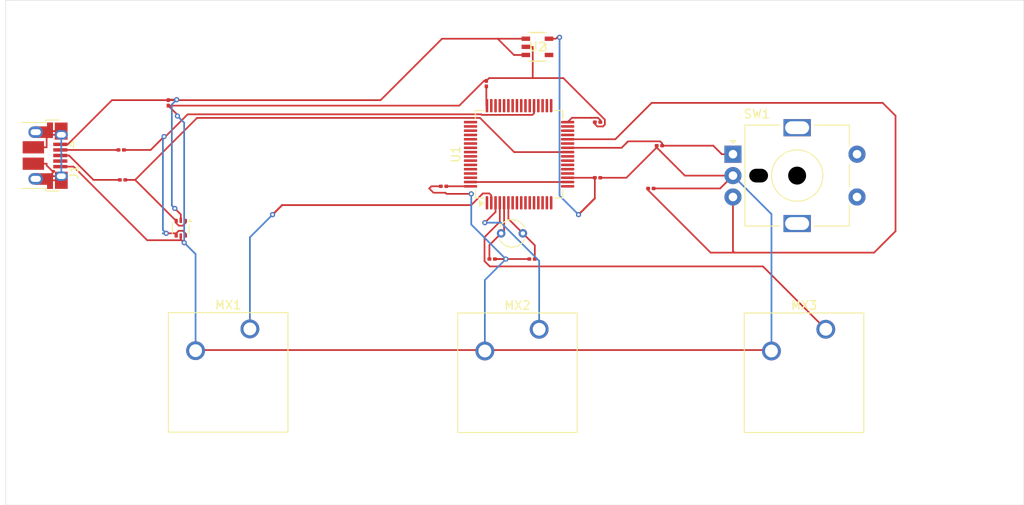
<source format=kicad_pcb>
(kicad_pcb (version 20241229) (generator "pcbnew") (generator_version "9.0")
  (layers (0 "F.Cu" signal) (2 "B.Cu" signal) (13 "F.Paste" user) (15 "B.Paste" user) (5 "F.SilkS" user "F.Silkscreen") (7 "B.SilkS" user "B.Silkscreen") (1 "F.Mask" user) (3 "B.Mask" user) (25 "Edge.Cuts" user))
  (net 0 "")
  (net 1 "Net-(J1-VBUS)")
  (net 2 "GND")
  (net 3 "Net-(C2-Pad2)")
  (net 4 "Net-(C3-Pad2)")
  (net 5 "Net-(C4-Pad2)")
  (net 6 "Net-(U2-VOUT)")
  (net 7 "Net-(U1-PH0)")
  (net 8 "Net-(U1-PH1)")
  (net 9 "Net-(U1-PB0)")
  (net 10 "Net-(U1-PB2)")
  (net 11 "unconnected-(J1-Shield-Pad6)")
  (net 12 "Net-(J1-D+)")
  (net 14 "Net-(J1-D-)")
  (net 15 "Net-(MX1-COL)")
  (net 16 "Net-(MX2-COL)")
  (net 17 "Net-(MX3-COL)")
  (net 18 "Net-(U1-PC5)")
  (net 19 "Net-(U1-PC6)")
  (net 36 "Net-(U1-VSS-Pad18)")
  (footprint "MountingHole:MountingHole_2.1mm" (layer "F.Cu") (at 84.328 105.664)
    (property "Reference" "REF**" (hide yes))
    (property "Value" "2.1mm")
    (pad "" np_thru_hole circle (at 0 0) (size 2.1 2.1) (drill 2.1) (layers "*.Cu" "*.Mask"))
  )
  (footprint "Capacitor_SMD:C_0201_0603Metric" (layer "F.Cu") (at 99 62 90)
    (property "Reference" "C1" (hide yes))
    (property "Value" "C" (hide yes))
    (pad "1" smd roundrect (at -0.32 0 90) (size 0.46 0.4) (layers "F.Cu" "F.Mask") (net 2 "GND"))
    (pad "2" smd roundrect (at 0.32 0 90) (size 0.46 0.4) (layers "F.Cu" "F.Mask") (net 1 "Net-(J1-VBUS)"))
  )
  (footprint "Capacitor_SMD:C_0201_0603Metric" (layer "F.Cu") (at 131.175 71.75)
    (property "Reference" "C2" (hide yes))
    (property "Value" "0.1 µF (each)" (hide yes))
    (pad "1" smd roundrect (at -0.32 0) (size 0.46 0.4) (layers "F.Cu" "F.Mask") (net 2 "GND"))
    (pad "2" smd roundrect (at 0.32 0) (size 0.46 0.4) (layers "F.Cu" "F.Mask") (net 3 "Net-(C2-Pad2)"))
  )
  (footprint "Package_TO_SOT_SMD:SOT-666" (layer "F.Cu") (at 100.4625 76.65 -90)
    (property "Reference" "U3" (hide yes))
    (property "Value" "USBLC6-2P6" (hide yes))
    (fp_line (start 0.65 0.99) (end -0.65 0.99) (stroke (width 0.12)) (layer "F.SilkS"))
    (fp_line (start 0.65 -0.99) (end -0.4 -0.99) (stroke (width 0.12)) (layer "F.SilkS"))
    (fp_poly (pts (xy -0.77 -0.99) (xy -1.05 -0.99) (xy -0.77 -1.27) (xy -0.77 -0.99)) (stroke (width 0.12)) (fill yes) (layer "F.SilkS"))
    (pad "1" smd roundrect (at -0.85 -0.5375 270) (size 0.5 0.375) (layers "F.Cu" "F.Mask" "F.Paste") (net 18 "Net-(U1-PC5)"))
    (pad "2" smd roundrect (at -0.925 0 270) (size 0.65 0.3) (layers "F.Cu" "F.Mask" "F.Paste") (net 1 "Net-(J1-VBUS)"))
    (pad "3" smd roundrect (at -0.85 0.5375 270) (size 0.5 0.375) (layers "F.Cu" "F.Mask" "F.Paste") (net 18 "Net-(U1-PC5)"))
    (pad "4" smd roundrect (at 0.85 0.5375 270) (size 0.5 0.375) (layers "F.Cu" "F.Mask" "F.Paste") (net 19 "Net-(U1-PC6)"))
    (pad "5" smd roundrect (at 0.925 0 270) (size 0.65 0.3) (layers "F.Cu" "F.Mask" "F.Paste") (net 2 "GND"))
    (pad "6" smd roundrect (at 0.85 -0.5375 270) (size 0.5 0.375) (layers "F.Cu" "F.Mask" "F.Paste") (net 19 "Net-(U1-PC6)"))
  )
  (footprint "Capacitor_SMD:C_0201_0603Metric" (layer "F.Cu") (at 149.175 70.75 180)
    (property "Reference" "C5" (hide yes))
    (property "Value" "~" (hide yes))
    (pad "1" smd roundrect (at -0.32 0 180) (size 0.46 0.4) (layers "F.Cu" "F.Mask") (net 2 "GND"))
    (pad "2" smd roundrect (at 0.32 0 180) (size 0.46 0.4) (layers "F.Cu" "F.Mask") (net 6 "Net-(U2-VOUT)"))
  )
  (footprint "Capacitor_SMD:C_0201_0603Metric" (layer "F.Cu") (at 155.405 72)
    (property "Reference" "C9" (hide yes))
    (property "Value" "C" (hide yes))
    (pad "1" smd roundrect (at -0.32 0) (size 0.46 0.4) (layers "F.Cu" "F.Mask") (net 10 "Net-(U1-PB2)"))
    (pad "2" smd roundrect (at 0.32 0) (size 0.46 0.4) (layers "F.Cu" "F.Mask") (net 2 "GND"))
  )
  (footprint "Capacitor_SMD:C_0201_0603Metric" (layer "F.Cu") (at 149.175 64.25)
    (property "Reference" "C4" (hide yes))
    (property "Value" "~" (hide yes))
    (pad "1" smd roundrect (at -0.32 0) (size 0.46 0.4) (layers "F.Cu" "F.Mask") (net 2 "GND"))
    (pad "2" smd roundrect (at 0.32 0) (size 0.46 0.4) (layers "F.Cu" "F.Mask") (net 5 "Net-(C4-Pad2)"))
  )
  (footprint "Capacitor_SMD:C_0201_0603Metric" (layer "F.Cu") (at 156.405 67)
    (property "Reference" "C8" (hide yes))
    (property "Value" "0.1 µF" (hide yes))
    (pad "1" smd roundrect (at -0.32 0) (size 0.46 0.4) (layers "F.Cu" "F.Mask") (net 2 "GND"))
    (pad "2" smd roundrect (at 0.32 0) (size 0.46 0.4) (layers "F.Cu" "F.Mask") (net 9 "Net-(U1-PB0)"))
  )
  (footprint "MountingHole:MountingHole_2.1mm" (layer "F.Cu") (at 195.072 105.664)
    (property "Reference" "REF**" (hide yes))
    (property "Value" "2.1mm")
    (pad "" np_thru_hole circle (at 0 0) (size 2.1 2.1) (drill 2.1) (layers "*.Cu" "*.Mask"))
  )
  (footprint "Capacitor_SMD:C_0201_0603Metric" (layer "F.Cu") (at 141.52 80.25)
    (property "Reference" "C7" (hide yes))
    (property "Value" "20 pF" (hide yes))
    (pad "1" smd roundrect (at -0.32 0) (size 0.46 0.4) (layers "F.Cu" "F.Mask") (net 2 "GND"))
    (pad "2" smd roundrect (at 0.32 0) (size 0.46 0.4) (layers "F.Cu" "F.Mask") (net 8 "Net-(U1-PH1)"))
  )
  (footprint "Resistor_SMD:R_0201_0603Metric" (layer "F.Cu") (at 93.655 71)
    (property "Reference" "R1" (hide yes))
    (property "Value" "220 Ω" (hide yes))
    (pad "1" smd roundrect (at -0.32 0) (size 0.46 0.4) (layers "F.Cu" "F.Mask") (net 12 "Net-(J1-D+)"))
    (pad "2" smd roundrect (at 0.32 0) (size 0.46 0.4) (layers "F.Cu" "F.Mask") (net 18 "Net-(U1-PC5)"))
  )
  (footprint "Button_Switch_Keyboard:SW_Cherry_MX_1.75u_Plate" (layer "F.Cu") (at 142.35 88.46)
    (property "Reference" "MX2" (at -2.54 -2.794 0) (layer "F.SilkS"))
    (property "Value" "MX-NoLED")
    (fp_line (start -9.525 -1.905) (end 4.445 -1.905) (stroke (width 0.12)) (layer "F.SilkS"))
    (fp_line (start -9.525 12.065) (end -9.525 -1.905) (stroke (width 0.12)) (layer "F.SilkS"))
    (fp_line (start 4.445 -1.905) (end 4.445 12.065) (stroke (width 0.12)) (layer "F.SilkS"))
    (fp_line (start 4.445 12.065) (end -9.525 12.065) (stroke (width 0.12)) (layer "F.SilkS"))
    (pad "" np_thru_hole circle (at -2.54 5.08) (size 4 4) (drill 4) (layers "*.Cu" "*.Mask"))
    (pad "1" thru_hole circle (at 0 0) (size 2.2 2.2) (drill 1.5) (layers "*.Cu" "*.Mask") (net 16 "Net-(MX2-COL)"))
    (pad "2" thru_hole circle (at -6.35 2.54) (size 2.2 2.2) (drill 1.5) (layers "*.Cu" "*.Mask") (net 2 "GND"))
  )
  (footprint "Button_Switch_Keyboard:SW_Cherry_MX_1.75u_Plate" (layer "F.Cu") (at 108.54 88.42)
    (property "Reference" "MX1" (at -2.54 -2.794 0) (layer "F.SilkS"))
    (property "Value" "MX-NoLED")
    (fp_line (start -9.525 -1.905) (end 4.445 -1.905) (stroke (width 0.12)) (layer "F.SilkS"))
    (fp_line (start -9.525 12.065) (end -9.525 -1.905) (stroke (width 0.12)) (layer "F.SilkS"))
    (fp_line (start 4.445 -1.905) (end 4.445 12.065) (stroke (width 0.12)) (layer "F.SilkS"))
    (fp_line (start 4.445 12.065) (end -9.525 12.065) (stroke (width 0.12)) (layer "F.SilkS"))
    (pad "" np_thru_hole circle (at -2.54 5.08) (size 4 4) (drill 4) (layers "*.Cu" "*.Mask"))
    (pad "1" thru_hole circle (at 0 0) (size 2.2 2.2) (drill 1.5) (layers "*.Cu" "*.Mask") (net 15 "Net-(MX1-COL)"))
    (pad "2" thru_hole circle (at -6.35 2.54) (size 2.2 2.2) (drill 1.5) (layers "*.Cu" "*.Mask") (net 2 "GND"))
  )
  (footprint "Connector_USB:USB_Micro-B_Amphenol_10103594-0001LF_Horizontal" (layer "F.Cu") (at 84.615 68.175 -90)
    (property "Reference" "J1" (at 1.925 -3.365 90) (layer "F.SilkS"))
    (property "Value" "USB_B_Micro")
    (fp_line (start -3.875 2.735) (end -3.875 -0.065) (stroke (width 0.12)) (layer "F.SilkS"))
    (fp_line (start 3.825 2.735) (end 3.825 -0.065) (stroke (width 0.12)) (layer "F.SilkS"))
    (fp_line (start -4.175 -0.065) (end -3.875 -0.065) (stroke (width 0.12)) (layer "F.SilkS"))
    (fp_line (start -4.175 -0.065) (end -4.175 -1.615) (stroke (width 0.12)) (layer "F.SilkS"))
    (fp_line (start 3.825 -0.065) (end 4.125 -0.065) (stroke (width 0.12)) (layer "F.SilkS"))
    (fp_line (start 4.125 -0.065) (end 4.125 -1.615) (stroke (width 0.12)) (layer "F.SilkS"))
    (fp_line (start -1.325 -2.865) (end -1.725 -3.315) (stroke (width 0.12)) (layer "F.SilkS"))
    (fp_line (start -1.725 -3.315) (end -0.925 -3.315) (stroke (width 0.12)) (layer "F.SilkS"))
    (fp_line (start -0.925 -3.315) (end -1.325 -2.865) (stroke (width 0.12)) (layer "F.SilkS"))
    (pad "1" smd rect (at -1.325 -1.765) (size 1.65 0.4) (layers "F.Cu" "F.Mask" "F.Paste") (net 1 "Net-(J1-VBUS)"))
    (pad "2" smd rect (at -0.675 -1.765) (size 1.65 0.4) (layers "F.Cu" "F.Mask" "F.Paste") (net 14 "Net-(J1-D-)"))
    (pad "3" smd rect (at -0.025 -1.765) (size 1.65 0.4) (layers "F.Cu" "F.Mask" "F.Paste") (net 12 "Net-(J1-D+)"))
    (pad "4" smd rect (at 0.625 -1.765) (size 1.65 0.4) (layers "F.Cu" "F.Mask" "F.Paste"))
    (pad "5" smd rect (at 1.275 -1.765) (size 1.65 0.4) (layers "F.Cu" "F.Mask" "F.Paste") (net 2 "GND"))
    (pad "6" smd rect (at -2.975 -0.565 270) (size 1.825 0.7) (layers "F.Cu" "F.Mask" "F.Paste") (net 11 "unconnected-(J1-Shield-Pad6)"))
    (pad "6" smd rect (at -2.875 -1.865 270) (size 2 1.5) (layers "F.Cu" "F.Mask" "F.Paste") (net 11 "unconnected-(J1-Shield-Pad6)"))
    (pad "6" smd rect (at -2.755 0.185 270) (size 1.35 2) (layers "F.Cu" "F.Mask" "F.Paste") (net 11 "unconnected-(J1-Shield-Pad6)"))
    (pad "6" thru_hole oval (at -2.755 1.115) (size 1.7 1.35) (drill oval 1.2 0.7) (property pad_prop_heatsink) (layers "*.Cu" "*.Mask") (net 11 "unconnected-(J1-Shield-Pad6)"))
    (pad "6" thru_hole oval (at -2.445 -1.885) (size 1.5 1.1) (drill oval 1.05 0.65) (property pad_prop_heatsink) (layers "*.Cu" "*.Mask") (net 11 "unconnected-(J1-Shield-Pad6)"))
    (pad "6" smd rect (at -0.985 1.385) (size 2.5 1.43) (layers "F.Cu" "F.Mask" "F.Paste") (net 11 "unconnected-(J1-Shield-Pad6)"))
    (pad "6" smd rect (at 0.935 1.385) (size 2.5 1.43) (layers "F.Cu" "F.Mask" "F.Paste") (net 11 "unconnected-(J1-Shield-Pad6)"))
    (pad "6" thru_hole oval (at 2.395 -1.885) (size 1.5 1.1) (drill oval 1.05 0.65) (property pad_prop_heatsink) (layers "*.Cu" "*.Mask") (net 11 "unconnected-(J1-Shield-Pad6)"))
    (pad "6" thru_hole oval (at 2.705 1.115) (size 1.7 1.35) (drill oval 1.2 0.7) (property pad_prop_heatsink) (layers "*.Cu" "*.Mask") (net 11 "unconnected-(J1-Shield-Pad6)"))
    (pad "6" smd rect (at 2.725 0.185 270) (size 1.35 2) (layers "F.Cu" "F.Mask" "F.Paste") (net 11 "unconnected-(J1-Shield-Pad6)"))
    (pad "6" smd rect (at 2.875 -1.885 270) (size 2 1.5) (layers "F.Cu" "F.Mask" "F.Paste") (net 11 "unconnected-(J1-Shield-Pad6)"))
    (pad "6" smd rect (at 2.975 -0.565 270) (size 1.825 0.7) (layers "F.Cu" "F.Mask" "F.Paste") (net 11 "unconnected-(J1-Shield-Pad6)"))
  )
  (footprint "Button_Switch_Keyboard:SW_Cherry_MX_1.75u_Plate" (layer "F.Cu") (at 175.85 88.46)
    (property "Reference" "MX3" (at -2.54 -2.794 0) (layer "F.SilkS"))
    (property "Value" "MX-NoLED")
    (fp_line (start -9.525 -1.905) (end 4.445 -1.905) (stroke (width 0.12)) (layer "F.SilkS"))
    (fp_line (start -9.525 12.065) (end -9.525 -1.905) (stroke (width 0.12)) (layer "F.SilkS"))
    (fp_line (start 4.445 -1.905) (end 4.445 12.065) (stroke (width 0.12)) (layer "F.SilkS"))
    (fp_line (start 4.445 12.065) (end -9.525 12.065) (stroke (width 0.12)) (layer "F.SilkS"))
    (pad "" np_thru_hole circle (at -2.54 5.08) (size 4 4) (drill 4) (layers "*.Cu" "*.Mask"))
    (pad "1" thru_hole circle (at 0 0) (size 2.2 2.2) (drill 1.5) (layers "*.Cu" "*.Mask") (net 17 "Net-(MX3-COL)"))
    (pad "2" thru_hole circle (at -6.35 2.54) (size 2.2 2.2) (drill 1.5) (layers "*.Cu" "*.Mask") (net 2 "GND"))
  )
  (footprint "MX_Alps_Hybrid:SOT_RG1_DIO" (layer "F.Cu") (at 142.1475 55.45)
    (property "Reference" "U2" (at 0 0 0) (layer "F.SilkS"))
    (property "Value" "AP2112K-3.3TRG1")
    (fp_line (start -0.9779 1.6764) (end 0.9779 1.6764) (stroke (width 0.1524)) (layer "F.SilkS"))
    (fp_line (start 0.9779 -1.6764) (end -0.9779 -1.6764) (stroke (width 0.1524)) (layer "F.SilkS"))
    (fp_line (start 0.9779 0.363261) (end 0.9779 -0.363261) (stroke (width 0.1524)) (layer "F.SilkS"))
    (pad "1" smd rect (at -1.35255 -0.950001) (size 1.0033 0.508) (layers "F.Cu" "F.Mask" "F.Paste") (net 1 "Net-(J1-VBUS)"))
    (pad "2" smd rect (at -1.35255 0) (size 1.0033 0.508) (layers "F.Cu" "F.Mask" "F.Paste") (net 2 "GND"))
    (pad "3" smd rect (at -1.35255 0.950001) (size 1.0033 0.508) (layers "F.Cu" "F.Mask" "F.Paste") (net 1 "Net-(J1-VBUS)"))
    (pad "4" smd rect (at 1.35255 0.950001) (size 1.0033 0.508) (layers "F.Cu" "F.Mask" "F.Paste"))
    (pad "5" smd rect (at 1.35255 -0.950001) (size 1.0033 0.508) (layers "F.Cu" "F.Mask" "F.Paste") (net 6 "Net-(U2-VOUT)"))
  )
  (footprint "MountingHole:MountingHole_2.1mm" (layer "F.Cu") (at 85.344 54.356)
    (property "Reference" "REF**" (hide yes))
    (property "Value" "2.1mm")
    (pad "" np_thru_hole circle (at 0 0) (size 2.1 2.1) (drill 2.1) (layers "*.Cu" "*.Mask"))
  )
  (footprint "MountingHole:MountingHole_2.1mm" (layer "F.Cu") (at 194.564 53.848)
    (property "Reference" "REF**" (hide yes))
    (property "Value" "2.1mm")
    (pad "" np_thru_hole circle (at 0 0) (size 2.1 2.1) (drill 2.1) (layers "*.Cu" "*.Mask"))
  )
  (footprint "Capacitor_SMD:C_0201_0603Metric" (layer "F.Cu") (at 136.175 59.75 -90)
    (property "Reference" "C3" (hide yes))
    (property "Value" "~" (hide yes))
    (pad "1" smd roundrect (at -0.32 0 270) (size 0.46 0.4) (layers "F.Cu" "F.Mask") (net 2 "GND"))
    (pad "2" smd roundrect (at 0.32 0 270) (size 0.46 0.4) (layers "F.Cu" "F.Mask") (net 4 "Net-(C3-Pad2)"))
  )
  (footprint "Resistor_SMD:R_0201_0603Metric" (layer "F.Cu") (at 93.5 67.5)
    (property "Reference" "R2" (hide yes))
    (property "Value" "220 Ω" (hide yes))
    (pad "1" smd roundrect (at -0.32 0) (size 0.46 0.4) (layers "F.Cu" "F.Mask") (net 14 "Net-(J1-D-)"))
    (pad "2" smd roundrect (at 0.32 0) (size 0.46 0.4) (layers "F.Cu" "F.Mask") (net 19 "Net-(U1-PC6)"))
  )
  (footprint "Crystal:Crystal_AT310_D3.0mm_L10.0mm_Vertical" (layer "F.Cu") (at 140.445 77.25 180)
    (property "Reference" "X1" (hide yes))
    (property "Value" "8 MHz" (hide yes))
    (fp_arc (start 2.698 0.743) (mid 1.27 1.61) (end -0.158 0.743) (stroke (width 0.12)) (layer "F.SilkS"))
    (fp_arc (start -0.158 -0.743) (mid 1.27 -1.61) (end 2.698 -0.743) (stroke (width 0.12)) (layer "F.SilkS"))
    (pad "1" thru_hole circle (at 0 0 180) (size 1 1) (drill 0.5) (layers "*.Cu" "*.Mask") (net 8 "Net-(U1-PH1)"))
    (pad "2" thru_hole circle (at 2.54 0 180) (size 1 1) (drill 0.5) (layers "*.Cu" "*.Mask") (net 7 "Net-(U1-PH0)"))
  )
  (footprint "Rotary_Encoder:RotaryEncoder_Alps_EC11E-Switch_Vertical_H20mm_MountingHoles" (layer "F.Cu") (at 165 68)
    (property "Reference" "SW1" (at 2.8 -4.7 0) (layer "F.SilkS"))
    (property "Value" "RotaryEncoder")
    (fp_line (start -0.3 -1.6) (end 0.3 -1.6) (stroke (width 0.12)) (layer "F.SilkS"))
    (fp_line (start 0 -1.3) (end -0.3 -1.6) (stroke (width 0.12)) (layer "F.SilkS"))
    (fp_line (start 0.3 -1.6) (end 0 -1.3) (stroke (width 0.12)) (layer "F.SilkS"))
    (fp_line (start 1.4 -3.4) (end 1.4 8.4) (stroke (width 0.12)) (layer "F.SilkS"))
    (fp_line (start 5.5 -3.4) (end 1.4 -3.4) (stroke (width 0.12)) (layer "F.SilkS"))
    (fp_line (start 5.5 8.4) (end 1.4 8.4) (stroke (width 0.12)) (layer "F.SilkS"))
    (fp_line (start 9.5 -3.4) (end 13.6 -3.4) (stroke (width 0.12)) (layer "F.SilkS"))
    (fp_line (start 13.6 -3.4) (end 13.6 -1) (stroke (width 0.12)) (layer "F.SilkS"))
    (fp_line (start 13.6 1.2) (end 13.6 3.8) (stroke (width 0.12)) (layer "F.SilkS"))
    (fp_line (start 13.6 6) (end 13.6 8.4) (stroke (width 0.12)) (layer "F.SilkS"))
    (fp_line (start 13.6 8.4) (end 9.5 8.4) (stroke (width 0.12)) (layer "F.SilkS"))
    (fp_circle (center 7.5 2.5) (end 10.5 2.5) (stroke (width 0.12)) (fill no) (layer "F.SilkS"))
    (pad "" np_thru_hole oval (at 3 2.5) (size 2.2 1.6) (drill oval 2.2 1.6) (layers "*.Mask"))
    (pad "" np_thru_hole circle (at 7.5 2.5) (size 2.1 2.1) (drill 2.1) (layers "*.Mask"))
    (pad "A" thru_hole rect (at 0 0) (size 2 2) (drill 1) (layers "*.Cu" "*.Mask") (net 9 "Net-(U1-PB0)"))
    (pad "B" thru_hole circle (at 0 5) (size 2 2) (drill 1) (layers "*.Cu" "*.Mask") (net 10 "Net-(U1-PB2)"))
    (pad "C" thru_hole circle (at 0 2.5) (size 2 2) (drill 1) (layers "*.Cu" "*.Mask") (net 2 "GND"))
    (pad "MP" thru_hole rect (at 7.5 -3.1) (size 3.2 2) (drill oval 2.8 1.5) (layers "*.Cu" "*.Mask"))
    (pad "MP" thru_hole rect (at 7.5 8.1) (size 3.2 2) (drill oval 2.8 1.5) (layers "*.Cu" "*.Mask"))
    (pad "S1" thru_hole circle (at 14.5 5) (size 2 2) (drill 1) (layers "*.Cu" "*.Mask"))
    (pad "S2" thru_hole circle (at 14.5 0) (size 2 2) (drill 1) (layers "*.Cu" "*.Mask"))
  )
  (footprint "Package_QFP:LQFP-64_10x10mm_P0.5mm" (layer "F.Cu") (at 140 68 90)
    (property "Reference" "U1" (at 0 -7.4 90) (layer "F.SilkS"))
    (property "Value" "STM32F205RBTx")
    (fp_line (start 5.11 -5.11) (end 5.11 -4.16) (stroke (width 0.12)) (layer "F.SilkS"))
    (fp_line (start 4.16 -5.11) (end 5.11 -5.11) (stroke (width 0.12)) (layer "F.SilkS"))
    (fp_line (start -5.11 -5.11) (end -4.16 -5.11) (stroke (width 0.12)) (layer "F.SilkS"))
    (fp_line (start -5.11 -4.16) (end -5.11 -5.11) (stroke (width 0.12)) (layer "F.SilkS"))
    (fp_line (start 5.11 4.16) (end 5.11 5.11) (stroke (width 0.12)) (layer "F.SilkS"))
    (fp_line (start 5.11 5.11) (end 4.16 5.11) (stroke (width 0.12)) (layer "F.SilkS"))
    (fp_line (start -4.16 5.11) (end -5.11 5.11) (stroke (width 0.12)) (layer "F.SilkS"))
    (fp_line (start -5.11 5.11) (end -5.11 4.16) (stroke (width 0.12)) (layer "F.SilkS"))
    (fp_poly (pts (xy -5.75 -4.16) (xy -6.09 -4.63) (xy -5.41 -4.63)) (stroke (width 0.12)) (fill yes) (layer "F.SilkS"))
    (pad "1" smd roundrect (at -5.675 -3.75 90) (size 1.55 0.3) (layers "F.Cu" "F.Mask" "F.Paste"))
    (pad "2" smd roundrect (at -5.675 -3.25 90) (size 1.55 0.3) (layers "F.Cu" "F.Mask" "F.Paste") (net 15 "Net-(MX1-COL)"))
    (pad "3" smd roundrect (at -5.675 -2.75 90) (size 1.55 0.3) (layers "F.Cu" "F.Mask" "F.Paste") (net 16 "Net-(MX2-COL)"))
    (pad "4" smd roundrect (at -5.675 -2.25 90) (size 1.55 0.3) (layers "F.Cu" "F.Mask" "F.Paste") (net 17 "Net-(MX3-COL)"))
    (pad "5" smd roundrect (at -5.675 -1.75 90) (size 1.55 0.3) (layers "F.Cu" "F.Mask" "F.Paste") (net 7 "Net-(U1-PH0)"))
    (pad "6" smd roundrect (at -5.675 -1.25 90) (size 1.55 0.3) (layers "F.Cu" "F.Mask" "F.Paste") (net 8 "Net-(U1-PH1)"))
    (pad "7" smd roundrect (at -5.675 -0.75 90) (size 1.55 0.3) (layers "F.Cu" "F.Mask" "F.Paste"))
    (pad "8" smd roundrect (at -5.675 -0.25 90) (size 1.55 0.3) (layers "F.Cu" "F.Mask" "F.Paste"))
    (pad "9" smd roundrect (at -5.675 0.25 90) (size 1.55 0.3) (layers "F.Cu" "F.Mask" "F.Paste"))
    (pad "10" smd roundrect (at -5.675 0.75 90) (size 1.55 0.3) (layers "F.Cu" "F.Mask" "F.Paste"))
    (pad "11" smd roundrect (at -5.675 1.25 90) (size 1.55 0.3) (layers "F.Cu" "F.Mask" "F.Paste"))
    (pad "12" smd roundrect (at -5.675 1.75 90) (size 1.55 0.3) (layers "F.Cu" "F.Mask" "F.Paste"))
    (pad "13" smd roundrect (at -5.675 2.25 90) (size 1.55 0.3) (layers "F.Cu" "F.Mask" "F.Paste"))
    (pad "14" smd roundrect (at -5.675 2.75 90) (size 1.55 0.3) (layers "F.Cu" "F.Mask" "F.Paste"))
    (pad "15" smd roundrect (at -5.675 3.25 90) (size 1.55 0.3) (layers "F.Cu" "F.Mask" "F.Paste"))
    (pad "16" smd roundrect (at -5.675 3.75 90) (size 1.55 0.3) (layers "F.Cu" "F.Mask" "F.Paste"))
    (pad "17" smd roundrect (at -3.75 5.675 90) (size 0.3 1.55) (layers "F.Cu" "F.Mask" "F.Paste"))
    (pad "18" smd roundrect (at -3.25 5.675 90) (size 0.3 1.55) (layers "F.Cu" "F.Mask" "F.Paste") (net 36 "Net-(U1-VSS-Pad18)"))
    (pad "19" smd roundrect (at -2.75 5.675 90) (size 0.3 1.55) (layers "F.Cu" "F.Mask" "F.Paste") (net 6 "Net-(U2-VOUT)"))
    (pad "20" smd roundrect (at -2.25 5.675 90) (size 0.3 1.55) (layers "F.Cu" "F.Mask" "F.Paste"))
    (pad "21" smd roundrect (at -1.75 5.675 90) (size 0.3 1.55) (layers "F.Cu" "F.Mask" "F.Paste"))
    (pad "22" smd roundrect (at -1.25 5.675 90) (size 0.3 1.55) (layers "F.Cu" "F.Mask" "F.Paste"))
    (pad "23" smd roundrect (at -0.75 5.675 90) (size 0.3 1.55) (layers "F.Cu" "F.Mask" "F.Paste"))
    (pad "24" smd roundrect (at -0.25 5.675 90) (size 0.3 1.55) (layers "F.Cu" "F.Mask" "F.Paste"))
    (pad "25" smd roundrect (at 0.25 5.675 90) (size 0.3 1.55) (layers "F.Cu" "F.Mask" "F.Paste") (net 18 "Net-(U1-PC5)"))
    (pad "26" smd roundrect (at 0.75 5.675 90) (size 0.3 1.55) (layers "F.Cu" "F.Mask" "F.Paste") (net 9 "Net-(U1-PB0)"))
    (pad "27" smd roundrect (at 1.25 5.675 90) (size 0.3 1.55) (layers "F.Cu" "F.Mask" "F.Paste"))
    (pad "28" smd roundrect (at 1.75 5.675 90) (size 0.3 1.55) (layers "F.Cu" "F.Mask" "F.Paste") (net 10 "Net-(U1-PB2)"))
    (pad "29" smd roundrect (at 2.25 5.675 90) (size 0.3 1.55) (layers "F.Cu" "F.Mask" "F.Paste"))
    (pad "30" smd roundrect (at 2.75 5.675 90) (size 0.3 1.55) (layers "F.Cu" "F.Mask" "F.Paste"))
    (pad "31" smd roundrect (at 3.25 5.675 90) (size 0.3 1.55) (layers "F.Cu" "F.Mask" "F.Paste"))
    (pad "32" smd roundrect (at 3.75 5.675 90) (size 0.3 1.55) (layers "F.Cu" "F.Mask" "F.Paste") (net 5 "Net-(C4-Pad2)"))
    (pad "33" smd roundrect (at 5.675 3.75 90) (size 1.55 0.3) (layers "F.Cu" "F.Mask" "F.Paste"))
    (pad "34" smd roundrect (at 5.675 3.25 90) (size 1.55 0.3) (layers "F.Cu" "F.Mask" "F.Paste"))
    (pad "35" smd roundrect (at 5.675 2.75 90) (size 1.55 0.3) (layers "F.Cu" "F.Mask" "F.Paste"))
    (pad "36" smd roundrect (at 5.675 2.25 90) (size 1.55 0.3) (layers "F.Cu" "F.Mask" "F.Paste"))
    (pad "37" smd roundrect (at 5.675 1.75 90) (size 1.55 0.3) (layers "F.Cu" "F.Mask" "F.Paste") (net 19 "Net-(U1-PC6)"))
    (pad "38" smd roundrect (at 5.675 1.25 90) (size 1.55 0.3) (layers "F.Cu" "F.Mask" "F.Paste"))
    (pad "39" smd roundrect (at 5.675 0.75 90) (size 1.55 0.3) (layers "F.Cu" "F.Mask" "F.Paste"))
    (pad "40" smd roundrect (at 5.675 0.25 90) (size 1.55 0.3) (layers "F.Cu" "F.Mask" "F.Paste"))
    (pad "41" smd roundrect (at 5.675 -0.25 90) (size 1.55 0.3) (layers "F.Cu" "F.Mask" "F.Paste"))
    (pad "42" smd roundrect (at 5.675 -0.75 90) (size 1.55 0.3) (layers "F.Cu" "F.Mask" "F.Paste"))
    (pad "43" smd roundrect (at 5.675 -1.25 90) (size 1.55 0.3) (layers "F.Cu" "F.Mask" "F.Paste"))
    (pad "44" smd roundrect (at 5.675 -1.75 90) (size 1.55 0.3) (layers "F.Cu" "F.Mask" "F.Paste"))
    (pad "45" smd roundrect (at 5.675 -2.25 90) (size 1.55 0.3) (layers "F.Cu" "F.Mask" "F.Paste"))
    (pad "46" smd roundrect (at 5.675 -2.75 90) (size 1.55 0.3) (layers "F.Cu" "F.Mask" "F.Paste"))
    (pad "47" smd roundrect (at 5.675 -3.25 90) (size 1.55 0.3) (layers "F.Cu" "F.Mask" "F.Paste"))
    (pad "48" smd roundrect (at 5.675 -3.75 90) (size 1.55 0.3) (layers "F.Cu" "F.Mask" "F.Paste") (net 4 "Net-(C3-Pad2)"))
    (pad "49" smd roundrect (at 3.75 -5.675 90) (size 0.3 1.55) (layers "F.Cu" "F.Mask" "F.Paste"))
    (pad "50" smd roundrect (at 3.25 -5.675 90) (size 0.3 1.55) (layers "F.Cu" "F.Mask" "F.Paste"))
    (pad "51" smd roundrect (at 2.75 -5.675 90) (size 0.3 1.55) (layers "F.Cu" "F.Mask" "F.Paste"))
    (pad "52" smd roundrect (at 2.25 -5.675 90) (size 0.3 1.55) (layers "F.Cu" "F.Mask" "F.Paste"))
    (pad "53" smd roundrect (at 1.75 -5.675 90) (size 0.3 1.55) (layers "F.Cu" "F.Mask" "F.Paste"))
    (pad "54" smd roundrect (at 1.25 -5.675 90) (size 0.3 1.55) (layers "F.Cu" "F.Mask" "F.Paste"))
    (pad "55" smd roundrect (at 0.75 -5.675 90) (size 0.3 1.55) (layers "F.Cu" "F.Mask" "F.Paste"))
    (pad "56" smd roundrect (at 0.25 -5.675 90) (size 0.3 1.55) (layers "F.Cu" "F.Mask" "F.Paste"))
    (pad "57" smd roundrect (at -0.25 -5.675 90) (size 0.3 1.55) (layers "F.Cu" "F.Mask" "F.Paste"))
    (pad "58" smd roundrect (at -0.75 -5.675 90) (size 0.3 1.55) (layers "F.Cu" "F.Mask" "F.Paste"))
    (pad "59" smd roundrect (at -1.25 -5.675 90) (size 0.3 1.55) (layers "F.Cu" "F.Mask" "F.Paste"))
    (pad "60" smd roundrect (at -1.75 -5.675 90) (size 0.3 1.55) (layers "F.Cu" "F.Mask" "F.Paste"))
    (pad "61" smd roundrect (at -2.25 -5.675 90) (size 0.3 1.55) (layers "F.Cu" "F.Mask" "F.Paste"))
    (pad "62" smd roundrect (at -2.75 -5.675 90) (size 0.3 1.55) (layers "F.Cu" "F.Mask" "F.Paste"))
    (pad "63" smd roundrect (at -3.25 -5.675 90) (size 0.3 1.55) (layers "F.Cu" "F.Mask" "F.Paste") (net 36 "Net-(U1-VSS-Pad18)"))
    (pad "64" smd roundrect (at -3.75 -5.675 90) (size 0.3 1.55) (layers "F.Cu" "F.Mask" "F.Paste") (net 3 "Net-(C2-Pad2)"))
  )
  (footprint "Capacitor_SMD:C_0201_0603Metric" (layer "F.Cu") (at 136.855 80.25)
    (property "Reference" "C6" (hide yes))
    (property "Value" "20 pF" (hide yes))
    (pad "1" smd roundrect (at -0.32 0) (size 0.46 0.4) (layers "F.Cu" "F.Mask") (net 7 "Net-(U1-PH0)"))
    (pad "2" smd roundrect (at 0.32 0) (size 0.46 0.4) (layers "F.Cu" "F.Mask") (net 2 "GND"))
  )
  (gr_line (start 80 50) (end 80 109) (stroke (width 0.05)) (layer "Edge.Cuts"))
  (gr_line (start 199 109) (end 199 50) (stroke (width 0.05)) (layer "Edge.Cuts"))
  (gr_line (start 199 50) (end 80 50) (stroke (width 0.05)) (layer "Edge.Cuts"))
  (gr_line (start 80 109) (end 199 109) (stroke (width 0.05)) (layer "Edge.Cuts"))
  (segment (start 100.4625 75.725) (end 100.4625 75.039) (width 0.2) (layer "F.Cu") (net 1))
  (segment (start 137.5 54.5) (end 140.795 54.5) (width 0.2) (layer "F.Cu") (net 1))
  (segment (start 123.82 61.68) (end 131 54.5) (width 0.2) (layer "F.Cu") (net 1))
  (segment (start 137.5 54.5) (end 139.4 56.4) (width 0.2) (layer "F.Cu") (net 1))
  (segment (start 99.7307 61.6242) (end 99.9802 61.6242) (width 0.2) (layer "F.Cu") (net 1))
  (segment (start 92.421 61.68) (end 87.251 66.85) (width 0.2) (layer "F.Cu") (net 1))
  (segment (start 99.9802 61.6242) (end 99.7307 61.6242) (width 0.2) (layer "F.Cu") (net 1))
  (segment (start 131 54.5) (end 137.5 54.5) (width 0.2) (layer "F.Cu") (net 1))
  (segment (start 139.4 56.4) (end 140.795 56.4) (width 0.2) (layer "F.Cu") (net 1))
  (segment (start 99 61.68) (end 92.421 61.68) (width 0.2) (layer "F.Cu") (net 1))
  (segment (start 99.9802 61.6242) (end 99.0558 61.6242) (width 0.2) (layer "F.Cu") (net 1))
  (segment (start 99.0558 61.6242) (end 99 61.68) (width 0.2) (layer "F.Cu") (net 1))
  (segment (start 100.4625 75.039) (end 99.7641 74.3406) (width 0.2) (layer "F.Cu") (net 1))
  (segment (start 99 61.68) (end 123.82 61.68) (width 0.2) (layer "F.Cu") (net 1))
  (segment (start 87.251 66.85) (end 86.38 66.85) (width 0.2) (layer "F.Cu") (net 1))
  (via (at 99.9802 61.6242) (size 0.6) (drill 0.3) (layers "F.Cu" "B.Cu") (net 1))
  (via (at 99.7641 74.3406) (size 0.6) (drill 0.3) (layers "F.Cu" "B.Cu") (net 1))
  (segment (start 99.4157 62.1887) (end 99.9802 61.6242) (width 0.2) (layer "B.Cu") (net 1))
  (segment (start 99.4157 73.9922) (end 99.4157 62.1887) (width 0.2) (layer "B.Cu") (net 1))
  (segment (start 99.7641 74.3406) (end 99.4157 73.9922) (width 0.2) (layer "B.Cu") (net 1))
  (segment (start 99.9802 61.6242) (end 99.7307 61.6242) (width 0.2) (layer "B.Cu") (net 1))
  (segment (start 99.7307 61.6242) (end 99.9802 61.6242) (width 0.2) (layer "B.Cu") (net 1))
  (segment (start 100.0692 63.3892) (end 99 62.32) (width 0.2) (layer "F.Cu") (net 2))
  (segment (start 148.855 64.4596) (end 149.1481 64.7527) (width 0.2) (layer "F.Cu") (net 2))
  (segment (start 129.5 72) (end 129.75 71.75) (width 0.2) (layer "F.Cu") (net 2))
  (segment (start 137.1819 80.2569) (end 137.175 80.25) (width 0.2) (layer "F.Cu") (net 2))
  (segment (start 138.4527 80.2569) (end 137.1819 80.2569) (width 0.2) (layer "F.Cu") (net 2))
  (segment (start 131.5192 72.6312) (end 134.4121 72.6312) (width 0.2) (layer "F.Cu") (net 2))
  (segment (start 159.3764 70.5) (end 165 70.5) (width 0.2) (layer "F.Cu") (net 2))
  (segment (start 150.0271 64.533) (end 150.0271 63.9618) (width 0.2) (layer "F.Cu") (net 2))
  (segment (start 145.1672 59.1019) (end 141.5984 59.1019) (width 0.2) (layer "F.Cu") (net 2))
  (segment (start 102.2613 90.8887) (end 135.8261 90.8887) (width 0.2) (layer "F.Cu") (net 2))
  (segment (start 163.5 72) (end 155.725 72) (width 0.2) (layer "F.Cu") (net 2))
  (segment (start 131.5192 72.6312) (end 131.388 72.5) (width 0.2) (layer "F.Cu") (net 2))
  (segment (start 135.8261 90.8887) (end 135.8887 90.8887) (width 0.2) (layer "F.Cu") (net 2))
  (segment (start 141.5984 55.45) (end 141.5984 59.1019) (width 0.2) (layer "F.Cu") (net 2))
  (segment (start 136.5031 59.1019) (end 136.175 59.43) (width 0.2) (layer "F.Cu") (net 2))
  (segment (start 129.75 71.75) (end 130.855 71.75) (width 0.2) (layer "F.Cu") (net 2))
  (segment (start 96.5363 78.0521) (end 100.4625 78.0521) (width 0.2) (layer "F.Cu") (net 2))
  (segment (start 100.4625 78.0521) (end 100.4625 77.575) (width 0.2) (layer "F.Cu") (net 2))
  (segment (start 169.3887 90.8887) (end 169.5 91) (width 0.2) (layer "F.Cu") (net 2))
  (segment (start 156.085 67.2086) (end 159.3764 70.5) (width 0.2) (layer "F.Cu") (net 2))
  (segment (start 165 70.5) (end 163.5 72) (width 0.2) (layer "F.Cu") (net 2))
  (segment (start 102.19 90.96) (end 102.2613 90.8887) (width 0.2) (layer "F.Cu") (net 2))
  (segment (start 99 62.32) (end 133.0121 62.32) (width 0.2) (layer "F.Cu") (net 2))
  (segment (start 100.0692 63.5337) (end 100.0692 63.3892) (width 0.2) (layer "F.Cu") (net 2))
  (segment (start 148.855 64.25) (end 148.855 64.4596) (width 0.2) (layer "F.Cu") (net 2))
  (segment (start 150.0271 63.9618) (end 145.1672 59.1019) (width 0.2) (layer "F.Cu") (net 2))
  (segment (start 86.38 69.45) (end 87.9342 69.45) (width 0.2) (layer "F.Cu") (net 2))
  (segment (start 152.5436 70.75) (end 149.495 70.75) (width 0.2) (layer "F.Cu") (net 2))
  (segment (start 141.2 80.25) (end 137.175 80.25) (width 0.2) (layer "F.Cu") (net 2))
  (segment (start 87.9342 69.45) (end 96.5363 78.0521) (width 0.2) (layer "F.Cu") (net 2))
  (segment (start 100.4625 78.0521) (end 100.571 78.0521) (width 0.2) (layer "F.Cu") (net 2))
  (segment (start 100.571 78.0521) (end 100.8575 78.3386) (width 0.2) (layer "F.Cu") (net 2))
  (segment (start 156.085 67) (end 156.085 67.2086) (width 0.2) (layer "F.Cu") (net 2))
  (segment (start 149.1481 64.7527) (end 149.8074 64.7527) (width 0.2) (layer "F.Cu") (net 2))
  (segment (start 156.085 67.2086) (end 152.5436 70.75) (width 0.2) (layer "F.Cu") (net 2))
  (segment (start 141.5984 59.1019) (end 136.5031 59.1019) (width 0.2) (layer "F.Cu") (net 2))
  (segment (start 100.0692 63.5353) (end 100.0692 63.5337) (width 0.2) (layer "F.Cu") (net 2))
  (segment (start 131.388 72.5) (end 130 72.5) (width 0.2) (layer "F.Cu") (net 2))
  (segment (start 133.0121 62.32) (end 135.9021 59.43) (width 0.2) (layer "F.Cu") (net 2))
  (segment (start 135.9021 59.43) (end 136.175 59.43) (width 0.2) (layer "F.Cu") (net 2))
  (segment (start 149.8074 64.7527) (end 150.0271 64.533) (width 0.2) (layer "F.Cu") (net 2))
  (segment (start 140.795 55.45) (end 141.5984 55.45) (width 0.2) (layer "F.Cu") (net 2))
  (segment (start 130 72.5) (end 129.5 72) (width 0.2) (layer "F.Cu") (net 2))
  (segment (start 100.0692 63.5337) (end 100.0692 63.5353) (width 0.2) (layer "F.Cu") (net 2))
  (segment (start 135.8261 90.8887) (end 169.3887 90.8887) (width 0.2) (layer "F.Cu") (net 2))
  (segment (start 135.8887 90.8887) (end 136 91) (width 0.2) (layer "F.Cu") (net 2))
  (via (at 100.8575 78.3386) (size 0.6) (drill 0.3) (layers "F.Cu" "B.Cu") (net 2))
  (via (at 134.4121 72.6312) (size 0.6) (drill 0.3) (layers "F.Cu" "B.Cu") (net 2))
  (via (at 138.4527 80.2569) (size 0.6) (drill 0.3) (layers "F.Cu" "B.Cu") (net 2))
  (via (at 100.0692 63.5337) (size 0.6) (drill 0.3) (layers "F.Cu" "B.Cu") (net 2))
  (segment (start 138.4527 80.2569) (end 134.4121 76.2163) (width 0.2) (layer "B.Cu") (net 2))
  (segment (start 100.8575 64.322) (end 100.8575 78.3386) (width 0.2) (layer "B.Cu") (net 2))
  (segment (start 102.19 90.96) (end 102.19 79.6711) (width 0.2) (layer "B.Cu") (net 2))
  (segment (start 169.5 75) (end 169.5 91) (width 0.2) (layer "B.Cu") (net 2))
  (segment (start 100.0692 63.5337) (end 100.8575 64.322) (width 0.2) (layer "B.Cu") (net 2))
  (segment (start 102.19 79.6711) (end 100.8575 78.3386) (width 0.2) (layer "B.Cu") (net 2))
  (segment (start 134.4121 76.2163) (end 134.4121 72.6312) (width 0.2) (layer "B.Cu") (net 2))
  (segment (start 136 91) (end 136 82.7096) (width 0.2) (layer "B.Cu") (net 2))
  (segment (start 165 70.5) (end 169.5 75) (width 0.2) (layer "B.Cu") (net 2))
  (segment (start 136 82.7096) (end 138.4527 80.2569) (width 0.2) (layer "B.Cu") (net 2))
  (segment (start 100.0692 63.5337) (end 100.0692 63.5353) (width 0.2) (layer "B.Cu") (net 2))
  (segment (start 100.0692 63.5353) (end 100.0692 63.5337) (width 0.2) (layer "B.Cu") (net 2))
  (segment (start 134.325 71.75) (end 131.495 71.75) (width 0.2) (layer "F.Cu") (net 3))
  (segment (start 136.175 62.25) (end 136.175 60.07) (width 0.2) (layer "F.Cu") (net 4))
  (segment (start 136.25 62.325) (end 136.175 62.25) (width 0.2) (layer "F.Cu") (net 4))
  (segment (start 148.4202 63.745) (end 149.2271 63.745) (width 0.2) (layer "F.Cu") (net 5))
  (segment (start 149.495 64.0129) (end 149.495 64.25) (width 0.2) (layer "F.Cu") (net 5))
  (segment (start 146.1815 63.7435) (end 148.4187 63.7435) (width 0.2) (layer "F.Cu") (net 5))
  (segment (start 145.675 64.25) (end 146.1815 63.7435) (width 0.2) (layer "F.Cu") (net 5))
  (segment (start 149.2271 63.745) (end 149.495 64.0129) (width 0.2) (layer "F.Cu") (net 5))
  (segment (start 148.4187 63.7435) (end 148.4202 63.745) (width 0.2) (layer "F.Cu") (net 5))
  (segment (start 148.855 70.75) (end 145.675 70.75) (width 0.2) (layer "F.Cu") (net 6))
  (segment (start 144.7309 54.34) (end 144.4635 54.34) (width 0.2) (layer "F.Cu") (net 6))
  (segment (start 143.5001 54.5) (end 144.3035 54.5) (width 0.2) (layer "F.Cu") (net 6))
  (segment (start 146.95 75.06) (end 148.855 73.155) (width 0.2) (layer "F.Cu") (net 6))
  (segment (start 148.855 73.155) (end 148.855 70.75) (width 0.2) (layer "F.Cu") (net 6))
  (segment (start 146.95 75.06) (end 148.855 73.155) (width 0.2) (layer "F.Cu") (net 6))
  (segment (start 148.855 73.155) (end 146.95 75.06) (width 0.2) (layer "F.Cu") (net 6))
  (segment (start 144.4635 54.34) (end 144.3035 54.5) (width 0.2) (layer "F.Cu") (net 6))
  (via (at 146.95 75.06) (size 0.6) (drill 0.3) (layers "F.Cu" "B.Cu") (net 6))
  (via (at 144.7309 54.34) (size 0.6) (drill 0.3) (layers "F.Cu" "B.Cu") (net 6))
  (segment (start 146.95 75.06) (end 144.7309 72.8409) (width 0.2) (layer "B.Cu") (net 6))
  (segment (start 144.7309 72.8409) (end 144.7309 54.34) (width 0.2) (layer "B.Cu") (net 6))
  (segment (start 136.535 80.25) (end 136.535 78.62) (width 0.2) (layer "F.Cu") (net 7))
  (segment (start 136.535 78.62) (end 137.905 77.25) (width 0.2) (layer "F.Cu") (net 7))
  (segment (start 138.25 76.905) (end 137.905 77.25) (width 0.2) (layer "F.Cu") (net 7))
  (segment (start 138.25 73.675) (end 138.25 76.905) (width 0.2) (layer "F.Cu") (net 7))
  (segment (start 140.445 77.25) (end 138.75 75.555) (width 0.2) (layer "F.Cu") (net 8))
  (segment (start 141.84 80.25) (end 141.84 78.645) (width 0.2) (layer "F.Cu") (net 8))
  (segment (start 141.84 78.645) (end 140.445 77.25) (width 0.2) (layer "F.Cu") (net 8))
  (segment (start 138.75 75.555) (end 138.75 73.675) (width 0.2) (layer "F.Cu") (net 8))
  (segment (start 156.495 66.496) (end 156.725 66.726) (width 0.2) (layer "F.Cu") (net 9))
  (segment (start 152.7412 66.496) (end 156.495 66.496) (width 0.2) (layer "F.Cu") (net 9))
  (segment (start 152.5764 66.6608) (end 152.7412 66.496) (width 0.2) (layer "F.Cu") (net 9))
  (segment (start 145.675 67.25) (end 151.9872 67.25) (width 0.2) (layer "F.Cu") (net 9))
  (segment (start 151.9872 67.25) (end 152.5764 66.6608) (width 0.2) (layer "F.Cu") (net 9))
  (segment (start 156.725 66.726) (end 156.725 67) (width 0.2) (layer "F.Cu") (net 9))
  (segment (start 152.5764 66.6608) (end 152.7412 66.496) (width 0.2) (layer "F.Cu") (net 9))
  (segment (start 162.6983 67) (end 156.725 67) (width 0.2) (layer "F.Cu") (net 9))
  (segment (start 163.6983 68) (end 162.6983 67) (width 0.2) (layer "F.Cu") (net 9))
  (segment (start 165 68) (end 163.6983 68) (width 0.2) (layer "F.Cu") (net 9))
  (segment (start 184 77) (end 184 63.5) (width 0.2) (layer "F.Cu") (net 10))
  (segment (start 155.085 72.199999) (end 162.385001 79.5) (width 0.2) (layer "F.Cu") (net 10))
  (segment (start 181.5 79.5) (end 184 77) (width 0.2) (layer "F.Cu") (net 10))
  (segment (start 184 63.5) (end 182.5 62) (width 0.2) (layer "F.Cu") (net 10))
  (segment (start 151.25 66.25) (end 145.675 66.25) (width 0.2) (layer "F.Cu") (net 10))
  (segment (start 155.085 72) (end 155.085 72.199999) (width 0.2) (layer "F.Cu") (net 10))
  (segment (start 165.18 79.5) (end 181.5 79.5) (width 0.2) (layer "F.Cu") (net 10))
  (segment (start 162.385001 79.5) (end 165.18 79.5) (width 0.2) (layer "F.Cu") (net 10))
  (segment (start 182.5 62) (end 155.5 62) (width 0.2) (layer "F.Cu") (net 10))
  (segment (start 165 79.32) (end 165.18 79.5) (width 0.2) (layer "F.Cu") (net 10))
  (segment (start 165 73) (end 165 79.32) (width 0.2) (layer "F.Cu") (net 10))
  (segment (start 155.5 62) (end 151.25 66.25) (width 0.2) (layer "F.Cu") (net 10))
  (segment (start 85.6313 69.9517) (end 85.6725 69.9929) (width 0.2) (layer "F.Cu") (net 11))
  (segment (start 86.5 65.73) (end 85.9742 65.73) (width 0.2) (layer "F.Cu") (net 11))
  (segment (start 85.28 71.05) (end 85.18 71.15) (width 0.2) (layer "F.Cu") (net 11))
  (segment (start 83.23 67.19) (end 84.7817 67.19) (width 0.2) (layer "F.Cu") (net 11))
  (segment (start 85.4483 70.2172) (end 85.4483 70.57) (width 0.2) (layer "F.Cu") (net 11))
  (segment (start 85.28 65.3) (end 85.18 65.2) (width 0.2) (layer "F.Cu") (net 11))
  (segment (start 84.7817 65.73) (end 84.74 65.73) (width 0.2) (layer "F.Cu") (net 11))
  (segment (start 85.6725 69.9929) (end 85.6725 69.993) (width 0.2) (layer "F.Cu") (net 11))
  (segment (start 84.68 71.15) (end 84.43 70.9) (width 0.2) (layer "F.Cu") (net 11))
  (segment (start 85.9742 65.73) (end 84.7817 65.73) (width 0.2) (layer "F.Cu") (net 11))
  (segment (start 85.1383 70.88) (end 85.4483 70.57) (width 0.2) (layer "F.Cu") (net 11))
  (segment (start 83.955 70.88) (end 84.41 70.88) (width 0.2) (layer "F.Cu") (net 11))
  (segment (start 86.48 65.3) (end 85.28 65.3) (width 0.2) (layer "F.Cu") (net 11))
  (segment (start 84.41 70.88) (end 84.43 70.9) (width 0.2) (layer "F.Cu") (net 11))
  (segment (start 84.65 65.2) (end 84.43 65.42) (width 0.2) (layer "F.Cu") (net 11))
  (segment (start 85.6725 69.993) (end 85.4483 70.2172) (width 0.2) (layer "F.Cu") (net 11))
  (segment (start 86.5 71.05) (end 85.28 71.05) (width 0.2) (layer "F.Cu") (net 11))
  (segment (start 83.23 69.11) (end 84.7817 69.11) (width 0.2) (layer "F.Cu") (net 11))
  (segment (start 84.7817 69.11) (end 84.7817 69.3054) (width 0.2) (layer "F.Cu") (net 11))
  (segment (start 84.7817 69.3054) (end 85.428 69.9517) (width 0.2) (layer "F.Cu") (net 11))
  (segment (start 83.5 70.88) (end 83.955 70.88) (width 0.2) (layer "F.Cu") (net 11))
  (segment (start 83.5 65.42) (end 84.43 65.42) (width 0.2) (layer "F.Cu") (net 11))
  (segment (start 84.74 65.73) (end 84.43 65.42) (width 0.2) (layer "F.Cu") (net 11))
  (segment (start 83.955 70.88) (end 85.1383 70.88) (width 0.2) (layer "F.Cu") (net 11))
  (segment (start 85.428 69.9517) (end 85.6313 69.9517) (width 0.2) (layer "F.Cu") (net 11))
  (segment (start 84.7817 67.19) (end 84.7817 65.73) (width 0.2) (layer "F.Cu") (net 11))
  (segment (start 85.18 71.15) (end 84.68 71.15) (width 0.2) (layer "F.Cu") (net 11))
  (segment (start 85.18 65.2) (end 84.65 65.2) (width 0.2) (layer "F.Cu") (net 11))
  (segment (start 86.5 70.57) (end 85.4483 70.57) (width 0.2) (layer "F.Cu") (net 11))
  (segment (start 86.5 70.57) (end 86.5 65.73) (width 0.2) (layer "B.Cu") (net 11))
  (segment (start 86.38 68.15) (end 87.405 68.15) (width 0.2) (layer "F.Cu") (net 12))
  (segment (start 87.405 68.15) (end 90.255 71) (width 0.2) (layer "F.Cu") (net 12))
  (segment (start 90.255 71) (end 93.335 71) (width 0.2) (layer "F.Cu") (net 12))
  (segment (start 93.18 67.5) (end 86.38 67.5) (width 0.2) (layer "F.Cu") (net 14))
  (segment (start 136.75 72.8128) (end 136.75 73.675) (width 0.2) (layer "F.Cu") (net 15))
  (segment (start 112.303 73.947) (end 111.19 75.06) (width 0.2) (layer "F.Cu") (net 15))
  (segment (start 112.303 73.947) (end 111.19 75.06) (width 0.2) (layer "F.Cu") (net 15))
  (segment (start 111.19 75.06) (end 112.303 73.947) (width 0.2) (layer "F.Cu") (net 15))
  (segment (start 135.6022 72.7495) (end 135.7685 72.5832) (width 0.2) (layer "F.Cu") (net 15))
  (segment (start 136.5204 72.5832) (end 136.75 72.8128) (width 0.2) (layer "F.Cu") (net 15))
  (segment (start 135.7685 72.5832) (end 136.5204 72.5832) (width 0.2) (layer "F.Cu") (net 15))
  (segment (start 134.4047 73.947) (end 135.6022 72.7495) (width 0.2) (layer "F.Cu") (net 15))
  (segment (start 135.6022 72.7495) (end 135.7685 72.5832) (width 0.2) (layer "F.Cu") (net 15))
  (segment (start 112.303 73.947) (end 134.4047 73.947) (width 0.2) (layer "F.Cu") (net 15))
  (via (at 111.19 75.06) (size 0.6) (drill 0.3) (layers "F.Cu" "B.Cu") (net 15))
  (segment (start 111.19 75.06) (end 108.54 77.71) (width 0.2) (layer "B.Cu") (net 15))
  (segment (start 108.54 77.71) (end 108.54 88.42) (width 0.2) (layer "B.Cu") (net 15))
  (segment (start 137.25 73.675) (end 137.25 74.75) (width 0.2) (layer "F.Cu") (net 16))
  (segment (start 137.25 74.75) (end 136 76) (width 0.2) (layer "F.Cu") (net 16))
  (via (at 136 76) (size 0.6) (drill 0.3) (layers "F.Cu" "B.Cu") (net 16))
  (segment (start 142.35 88.46) (end 142.35 80.4685) (width 0.2) (layer "B.Cu") (net 16))
  (segment (start 142.35 80.4685) (end 137.8815 76) (width 0.2) (layer "B.Cu") (net 16))
  (segment (start 137.8815 76) (end 136 76) (width 0.2) (layer "B.Cu") (net 16))
  (segment (start 135.9634 77.6863) (end 137.75 75.8997) (width 0.2) (layer "F.Cu") (net 17))
  (segment (start 168.5039 81.1139) (end 136.5837 81.1139) (width 0.2) (layer "F.Cu") (net 17))
  (segment (start 135.9634 80.4936) (end 135.9634 77.6863) (width 0.2) (layer "F.Cu") (net 17))
  (segment (start 137.75 75.8997) (end 137.75 73.675) (width 0.2) (layer "F.Cu") (net 17))
  (segment (start 136.5837 81.1139) (end 135.9634 80.4936) (width 0.2) (layer "F.Cu") (net 17))
  (segment (start 175.85 88.46) (end 168.5039 81.1139) (width 0.2) (layer "F.Cu") (net 17))
  (segment (start 101 76.05) (end 101 75.8) (width 0.2) (layer "F.Cu") (net 18))
  (segment (start 95.125 71) (end 102.3686 63.7564) (width 0.2) (layer "F.Cu") (net 18))
  (segment (start 102.3686 63.7564) (end 135.4315 63.7564) (width 0.2) (layer "F.Cu") (net 18))
  (segment (start 99.925 75.8) (end 99.925 76.05) (width 0.2) (layer "F.Cu") (net 18))
  (segment (start 93.975 71) (end 94.55 71) (width 0.2) (layer "F.Cu") (net 18))
  (segment (start 99.925 76.05) (end 100.226 76.351) (width 0.2) (layer "F.Cu") (net 18))
  (segment (start 100.699 76.351) (end 101 76.05) (width 0.2) (layer "F.Cu") (net 18))
  (segment (start 100.226 76.351) (end 100.699 76.351) (width 0.2) (layer "F.Cu") (net 18))
  (segment (start 95.125 71) (end 99.925 75.8) (width 0.2) (layer "F.Cu") (net 18))
  (segment (start 135.4315 63.7564) (end 139.4251 67.75) (width 0.2) (layer "F.Cu") (net 18))
  (segment (start 139.4251 67.75) (end 145.675 67.75) (width 0.2) (layer "F.Cu") (net 18))
  (segment (start 94.55 71) (end 95.125 71) (width 0.2) (layer "F.Cu") (net 18))
  (segment (start 98.3723 77.246) (end 98.7586 77.246) (width 0.2) (layer "F.Cu") (net 19))
  (segment (start 96.9455 67.5) (end 93.82 67.5) (width 0.2) (layer "F.Cu") (net 19))
  (segment (start 141.75 62.325) (end 141.75 63.2094) (width 0.2) (layer "F.Cu") (net 19))
  (segment (start 98.6701 65.9352) (end 98.5103 65.9352) (width 0.2) (layer "F.Cu") (net 19))
  (segment (start 99.925 77.25) (end 100.226 76.949) (width 0.2) (layer "F.Cu") (net 19))
  (segment (start 135.6452 63.402) (end 135.582 63.3388) (width 0.2) (layer "F.Cu") (net 19))
  (segment (start 141.75 63.2094) (end 141.5574 63.402) (width 0.2) (layer "F.Cu") (net 19))
  (segment (start 99.925 77.5) (end 99.925 77.25) (width 0.2) (layer "F.Cu") (net 19))
  (segment (start 100.226 76.949) (end 100.699 76.949) (width 0.2) (layer "F.Cu") (net 19))
  (segment (start 101.2665 63.3388) (end 98.6701 65.9352) (width 0.2) (layer "F.Cu") (net 19))
  (segment (start 141.5574 63.402) (end 135.6452 63.402) (width 0.2) (layer "F.Cu") (net 19))
  (segment (start 101 77.25) (end 101 77.5) (width 0.2) (layer "F.Cu") (net 19))
  (segment (start 99.921 77.246) (end 99.925 77.25) (width 0.2) (layer "F.Cu") (net 19))
  (segment (start 100.699 76.949) (end 101 77.25) (width 0.2) (layer "F.Cu") (net 19))
  (segment (start 98.5103 65.9352) (end 96.9455 67.5) (width 0.2) (layer "F.Cu") (net 19))
  (segment (start 135.582 63.3388) (end 101.2665 63.3388) (width 0.2) (layer "F.Cu") (net 19))
  (segment (start 98.7586 77.246) (end 98.3723 77.246) (width 0.2) (layer "F.Cu") (net 19))
  (segment (start 98.7586 77.246) (end 99.921 77.246) (width 0.2) (layer "F.Cu") (net 19))
  (via (at 98.5103 65.9352) (size 0.6) (drill 0.3) (layers "F.Cu" "B.Cu") (net 19))
  (via (at 98.7586 77.246) (size 0.6) (drill 0.3) (layers "F.Cu" "B.Cu") (net 19))
  (segment (start 98.3723 66.0732) (end 98.3723 76.8597) (width 0.2) (layer "B.Cu") (net 19))
  (segment (start 98.7586 77.246) (end 98.3723 77.246) (width 0.2) (layer "B.Cu") (net 19))
  (segment (start 98.3723 76.8597) (end 98.7586 77.246) (width 0.2) (layer "B.Cu") (net 19))
  (segment (start 98.3723 66.0732) (end 98.5103 65.9352) (width 0.2) (layer "B.Cu") (net 19))
  (segment (start 98.3723 77.246) (end 98.7586 77.246) (width 0.2) (layer "B.Cu") (net 19))
  (segment (start 145.675 71.25) (end 134.325 71.25) (width 0.2) (layer "F.Cu") (net 36))
)
</source>
